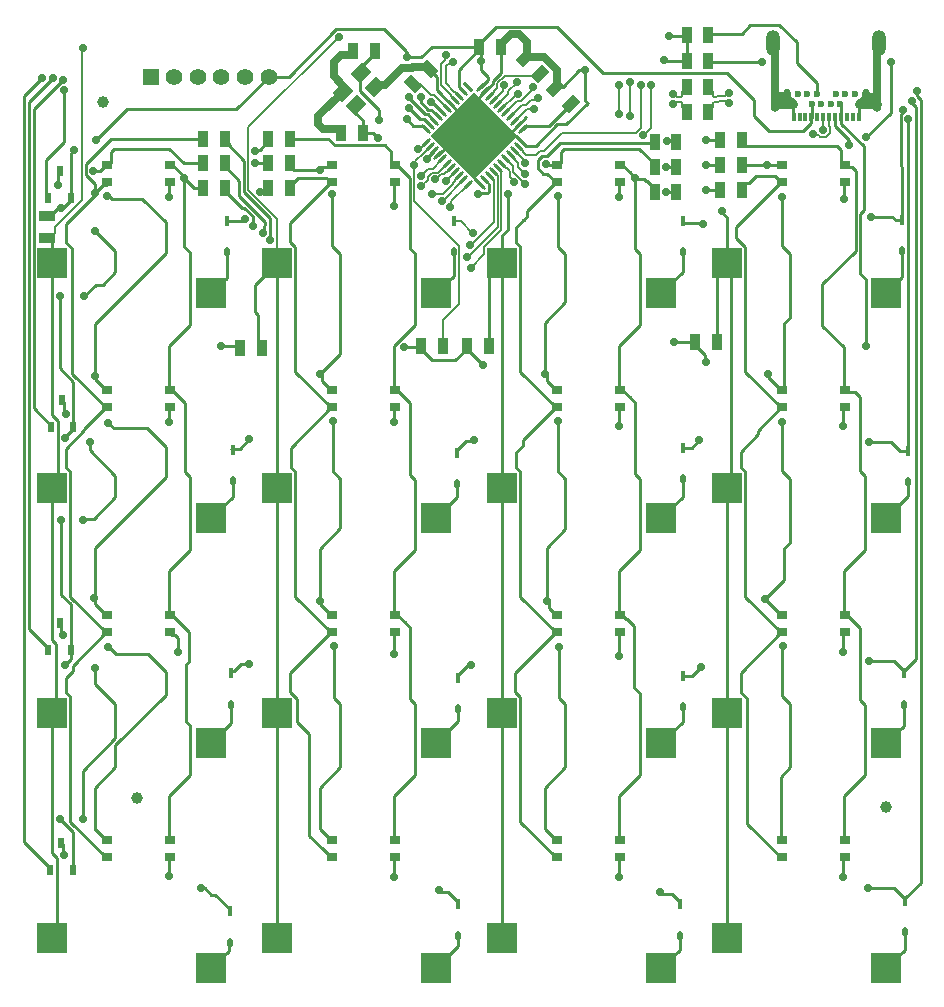
<source format=gtl>
G04*
G04 #@! TF.GenerationSoftware,Altium Limited,Altium Designer,20.2.5 (213)*
G04*
G04 Layer_Physical_Order=1*
G04 Layer_Color=255*
%FSLAX25Y25*%
%MOIN*%
G70*
G04*
G04 #@! TF.SameCoordinates,1507EDD1-6C34-405B-B7BF-0C5FC60213AE*
G04*
G04*
G04 #@! TF.FilePolarity,Positive*
G04*
G01*
G75*
%ADD10C,0.01000*%
%ADD13R,0.03740X0.02756*%
%ADD14R,0.10039X0.09843*%
%ADD15R,0.03740X0.05512*%
%ADD16R,0.01181X0.03150*%
%ADD17C,0.03937*%
G04:AMPARAMS|DCode=18|XSize=9.84mil|YSize=41.34mil|CornerRadius=0mil|HoleSize=0mil|Usage=FLASHONLY|Rotation=45.000|XOffset=0mil|YOffset=0mil|HoleType=Round|Shape=Rectangle|*
%AMROTATEDRECTD18*
4,1,4,0.01114,-0.01810,-0.01810,0.01114,-0.01114,0.01810,0.01810,-0.01114,0.01114,-0.01810,0.0*
%
%ADD18ROTATEDRECTD18*%

G04:AMPARAMS|DCode=19|XSize=9.84mil|YSize=41.34mil|CornerRadius=0mil|HoleSize=0mil|Usage=FLASHONLY|Rotation=45.000|XOffset=0mil|YOffset=0mil|HoleType=Round|Shape=Round|*
%AMOVALD19*
21,1,0.03150,0.00984,0.00000,0.00000,135.0*
1,1,0.00984,0.01114,-0.01114*
1,1,0.00984,-0.01114,0.01114*
%
%ADD19OVALD19*%

G04:AMPARAMS|DCode=20|XSize=9.84mil|YSize=41.34mil|CornerRadius=0mil|HoleSize=0mil|Usage=FLASHONLY|Rotation=315.000|XOffset=0mil|YOffset=0mil|HoleType=Round|Shape=Round|*
%AMOVALD20*
21,1,0.03150,0.00984,0.00000,0.00000,45.0*
1,1,0.00984,-0.01114,-0.01114*
1,1,0.00984,0.01114,0.01114*
%
%ADD20OVALD20*%

%ADD21R,0.01772X0.03347*%
%ADD22O,0.01772X0.03347*%
G04:AMPARAMS|DCode=23|XSize=55.12mil|YSize=37.4mil|CornerRadius=0mil|HoleSize=0mil|Usage=FLASHONLY|Rotation=45.000|XOffset=0mil|YOffset=0mil|HoleType=Round|Shape=Rectangle|*
%AMROTATEDRECTD23*
4,1,4,-0.00626,-0.03271,-0.03271,-0.00626,0.00626,0.03271,0.03271,0.00626,-0.00626,-0.03271,0.0*
%
%ADD23ROTATEDRECTD23*%

%ADD24R,0.02362X0.03543*%
G04:AMPARAMS|DCode=25|XSize=43.31mil|YSize=55.12mil|CornerRadius=0mil|HoleSize=0mil|Usage=FLASHONLY|Rotation=135.000|XOffset=0mil|YOffset=0mil|HoleType=Round|Shape=Rectangle|*
%AMROTATEDRECTD25*
4,1,4,0.03480,0.00418,-0.00418,-0.03480,-0.03480,-0.00418,0.00418,0.03480,0.03480,0.00418,0.0*
%
%ADD25ROTATEDRECTD25*%

G04:AMPARAMS|DCode=26|XSize=55.12mil|YSize=37.4mil|CornerRadius=0mil|HoleSize=0mil|Usage=FLASHONLY|Rotation=315.000|XOffset=0mil|YOffset=0mil|HoleType=Round|Shape=Rectangle|*
%AMROTATEDRECTD26*
4,1,4,-0.03271,0.00626,-0.00626,0.03271,0.03271,-0.00626,0.00626,-0.03271,-0.03271,0.00626,0.0*
%
%ADD26ROTATEDRECTD26*%

%ADD27R,0.05512X0.03740*%
%ADD55P,0.28952X4X360.0*%
%ADD56C,0.00600*%
%ADD57C,0.03150*%
%ADD58C,0.02756*%
%ADD59C,0.02362*%
%ADD60O,0.04724X0.08661*%
%ADD61O,0.02362X0.03543*%
%ADD62O,0.02953X0.05315*%
%ADD63C,0.05512*%
%ADD64R,0.05512X0.05512*%
%ADD65C,0.02756*%
%ADD66C,0.01968*%
D10*
X85925Y165551D02*
X94882Y156595D01*
X29313Y180923D02*
X44685Y165551D01*
X85925D01*
X8974Y180923D02*
X29313D01*
X6148Y178096D02*
Y178096D01*
X8974Y180923D01*
X3347Y174409D02*
Y175295D01*
X6148Y178096D01*
X145661Y-109161D02*
X150454Y-104369D01*
X145563Y-109161D02*
X145661D01*
X150454Y-104369D02*
Y156693D01*
X145177Y-109547D02*
X145563Y-109161D01*
X145177Y-109756D02*
Y-109547D01*
X92699Y-84727D02*
Y-43112D01*
Y-84727D02*
X103878Y-95906D01*
Y-69092D02*
X107104Y-65866D01*
X103878Y-90000D02*
Y-69092D01*
X-128839Y16732D02*
X-128543Y17028D01*
X-125051D02*
X-117896Y24182D01*
X-128543Y17028D02*
X-125051D01*
X-12303Y69882D02*
X-4626D01*
X-787Y73721D01*
Y74606D01*
X-80126Y141445D02*
Y142331D01*
X-75049Y125935D02*
Y136368D01*
X-81496Y143701D02*
X-80126Y142331D01*
Y141445D02*
X-75049Y136368D01*
X6161Y125613D02*
X6747Y126198D01*
Y128467D01*
X6535Y128678D02*
X6747Y128467D01*
X3120Y125613D02*
X6161D01*
X29252Y161075D02*
X31154D01*
X36516Y166437D02*
X38681D01*
X31154Y161075D02*
X36516Y166437D01*
X5427Y159435D02*
X8035Y162042D01*
X2852Y156860D02*
X5427Y159435D01*
X38681Y156299D02*
Y166437D01*
Y156299D02*
X39469Y155512D01*
X13988Y145724D02*
X19051Y150787D01*
X108079Y150681D02*
Y154815D01*
X107776Y155118D02*
X108079Y154815D01*
X101713Y155295D02*
X102087Y154921D01*
X129913Y150681D02*
Y154815D01*
X135906Y154921D02*
X136279Y155295D01*
X131924Y157982D02*
X132185Y158243D01*
X136279Y174960D02*
X136713Y175394D01*
X102087Y155574D02*
X102989Y156476D01*
X-47028Y143701D02*
X-44845Y141518D01*
X-59646Y143701D02*
X-47028D01*
X-20571Y170817D02*
Y172244D01*
X-21465Y173138D02*
X-20571Y172244D01*
X-16093Y170817D02*
X-12500Y174409D01*
X-20571Y170817D02*
X-16093D01*
X-28462Y180135D02*
X-21465Y173138D01*
X-13468Y166945D02*
X-10691Y164168D01*
X-120293Y49033D02*
X-118405Y47146D01*
X-124734Y-11388D02*
Y-9318D01*
X-120374Y49033D02*
X-120293D01*
X92315Y141240D02*
X122638D01*
X124016Y139862D01*
X124941Y135000D02*
X125433D01*
X124063Y135878D02*
Y136416D01*
Y135878D02*
X124941Y135000D01*
X124016Y136464D02*
X124063Y136416D01*
X124016Y136464D02*
Y139862D01*
X122039Y147759D02*
X126575Y143223D01*
Y141437D02*
Y143223D01*
X124941Y135000D02*
X125819Y134122D01*
X25589Y135060D02*
X29802D01*
X29862Y135000D02*
Y135000D01*
X29802Y135060D02*
X29862Y135000D01*
X31704Y140332D02*
X56616D01*
X30740Y139368D02*
X31704Y140332D01*
X29370Y135000D02*
X29862D01*
X30740Y135878D01*
Y139368D01*
X56616Y140332D02*
X61811Y135138D01*
Y134252D02*
Y135138D01*
X-121122Y135000D02*
X-120630D01*
X-120138D01*
X-119260Y135878D01*
Y139368D01*
X-118296Y140332D01*
X-100095D01*
X-95196Y135433D01*
X-88779D01*
X-24567Y135000D02*
X-24075D01*
X-25059D02*
X-24567D01*
X-44845Y141518D02*
X-28087D01*
X-25937Y139368D01*
Y135878D02*
Y139368D01*
Y135878D02*
X-25059Y135000D01*
X-35531Y145669D02*
X-32185D01*
X-30512Y143996D01*
X-45768Y108020D02*
X-42896Y105149D01*
X-45768Y108020D02*
Y125098D01*
X109150Y169000D02*
X115847Y162303D01*
Y158661D02*
Y162303D01*
X109150Y169000D02*
Y175791D01*
X93765Y181595D02*
X103347D01*
X109150Y175791D01*
X90813Y178642D02*
X93765Y181595D01*
X-121016Y-14122D02*
X-120138Y-15000D01*
X-122000Y-14122D02*
X-121016D01*
X-124734Y-11388D02*
X-122000Y-14122D01*
X-124924Y-9507D02*
X-124705Y-9289D01*
Y7290D01*
X-120079Y-25787D02*
X-117716Y-28150D01*
X-107092D01*
X-120472Y-25787D02*
X-120079D01*
X-107092Y-28150D02*
X-101124Y-34117D01*
X-36393Y159640D02*
Y165108D01*
Y159640D02*
X-30119Y153366D01*
X-36393Y165108D02*
X-35976Y165526D01*
X-30119Y149778D02*
Y153366D01*
X-118405Y47146D02*
X-107387D01*
X-101124Y40883D01*
X-35976Y165526D02*
Y167666D01*
X-31496Y172146D01*
Y173031D01*
X-35531Y145669D02*
Y149925D01*
X-37922Y152316D02*
X-35531Y149925D01*
X-37922Y152316D02*
Y154671D01*
X-37646Y154947D01*
X-44432Y180135D02*
X-28462D01*
X-60197Y164370D02*
X-44432Y180135D01*
X-66831Y164370D02*
X-60197D01*
X-12500Y174409D02*
X3347D01*
X-108962Y123721D02*
X-101124Y115883D01*
X-120571Y124617D02*
X-120096D01*
X-119200Y123721D01*
X-108962D01*
X90945Y142610D02*
Y143110D01*
Y142610D02*
X92315Y141240D01*
X30020Y-42767D02*
Y-25787D01*
Y-42767D02*
X32104Y-44851D01*
X-44982Y-42765D02*
X-42896Y-44851D01*
X-44982Y-42765D02*
Y-25395D01*
X-24902Y121260D02*
Y128937D01*
X-72146Y114517D02*
Y117815D01*
X29862Y135000D02*
X30050D01*
X25529Y135120D02*
X25589Y135060D01*
X24114Y137795D02*
X25886D01*
X30315Y142224D02*
X61516D01*
X25886Y137795D02*
X30315Y142224D01*
X61516D02*
X61811Y142520D01*
X144587Y152674D02*
Y153150D01*
X143898Y151986D02*
X144587Y152674D01*
X140453Y152362D02*
Y169095D01*
X132382Y144291D02*
X140453Y152362D01*
X-124311Y143307D02*
X-114043Y153575D01*
X-77626D01*
X-66831Y164370D01*
X-132776Y123819D02*
Y138779D01*
X-131791Y139764D01*
X94882Y151083D02*
Y156595D01*
Y151083D02*
X99803Y146161D01*
X111398D01*
X113984Y150500D02*
X114075Y150591D01*
X113984Y148748D02*
Y150500D01*
X111398Y146161D02*
X113984Y148748D01*
X77518Y115690D02*
X77854Y115354D01*
X71518Y115690D02*
X77518D01*
X71161Y116047D02*
X71518Y115690D01*
X71161Y116047D02*
Y116240D01*
X134072Y117717D02*
X141043D01*
X142224Y116535D01*
X144291D01*
X144390Y116634D01*
X65256Y169685D02*
X72441D01*
X64961Y169980D02*
X65256Y169685D01*
X72146Y177953D02*
X72441Y178248D01*
X66535Y177953D02*
X72146D01*
X72441Y169685D02*
Y178642D01*
X79724D02*
X90813D01*
X79724Y169685D02*
X80315Y169095D01*
X97638D01*
X121949Y150591D02*
X122039Y150500D01*
Y147759D02*
Y150500D01*
X124008Y148728D02*
Y150500D01*
Y148728D02*
X131595Y141142D01*
Y119783D02*
Y141142D01*
X123827Y150681D02*
X124008Y150500D01*
X-148395Y157806D02*
X-142421Y163779D01*
X-148395Y-90680D02*
Y157806D01*
Y-90680D02*
X-139665Y-99409D01*
X-146794Y-19643D02*
Y155863D01*
X-138878Y163779D01*
X-145194Y153526D02*
X-135335Y163386D01*
X-145194Y53758D02*
Y153526D01*
X-140937Y124500D02*
Y136612D01*
X-134941Y142608D01*
Y159843D01*
X-140937Y124500D02*
X-140256Y123819D01*
X-146794Y-19643D02*
X-140256Y-26181D01*
X-125295Y133071D02*
X-123051D01*
X-127773Y135317D02*
X-119390Y143701D01*
X-127773Y131517D02*
Y135317D01*
X-123051Y133071D02*
X-121122Y135000D01*
X-127773Y131517D02*
X-124795Y128539D01*
X-145194Y53758D02*
X-139469Y48031D01*
X-137384Y-121144D02*
Y-96186D01*
X-139075Y-122835D02*
X-137384Y-121144D01*
X138976Y92165D02*
X144390Y97579D01*
X138976Y-132835D02*
X145177Y-126634D01*
X-25059Y-568D02*
X-17896Y6595D01*
X-59744Y115472D02*
X-46122Y129095D01*
X-124705Y81995D02*
X-101124Y105575D01*
X-57955Y65928D02*
X-46122Y54094D01*
X-49705Y65158D02*
X-42896Y71966D01*
X-86024Y92165D02*
X-80807Y97382D01*
X-59744Y-34528D02*
X-46122Y-20906D01*
X-86024Y-132835D02*
X-80209Y-127020D01*
X138976Y17165D02*
X146358Y24547D01*
X-25059Y74432D02*
X-17896Y81595D01*
X-25059Y-75568D02*
X-17896Y-68405D01*
X-81496Y134547D02*
X-76649Y129700D01*
X-58276Y133187D02*
X-49705D01*
X-81496Y126279D02*
X-75861Y120644D01*
X-59545Y40672D02*
X-46122Y54094D01*
X-124705Y7290D02*
X-101124Y30870D01*
X-86024Y17165D02*
X-78839Y24350D01*
X-49705Y6995D02*
X-42896Y13803D01*
X-57955Y-9072D02*
X-46122Y-20906D01*
X-117896Y-58377D02*
X-101124Y-41606D01*
X-86024Y-57835D02*
X-79232Y-51043D01*
X-49705Y-72675D02*
X-42896Y-65866D01*
X-53305Y-88723D02*
X-48821Y-93206D01*
X138976Y-57835D02*
X144783Y-52027D01*
X79035Y143110D02*
X83661D01*
X79035Y134843D02*
X83661D01*
X79035Y126575D02*
X83662D01*
X-21665Y74322D02*
X-16426D01*
X-119390Y143701D02*
X-88779D01*
X-56988Y130709D02*
X-47736D01*
X-82776Y74606D02*
X-76968D01*
X146376Y79535D02*
Y150180D01*
X10925Y-47835D02*
Y27165D01*
X146358Y39665D02*
Y79518D01*
X117699Y95149D02*
X128813Y106263D01*
X124941Y-568D02*
X132104Y6595D01*
X130413Y32883D02*
Y57480D01*
Y-43298D02*
Y-19488D01*
X89075Y114291D02*
X103878Y129095D01*
X92045Y65928D02*
X103878Y54094D01*
X82677Y75787D02*
Y98917D01*
X90455Y-34328D02*
X103878Y-20906D01*
X50098Y124213D02*
Y128937D01*
X63976Y92165D02*
X71161Y99350D01*
X49941Y-568D02*
X57104Y6595D01*
X63976Y-132835D02*
X70177Y-126634D01*
X17045Y65928D02*
X28878Y54094D01*
X15256Y-34528D02*
X28878Y-20906D01*
X17045Y-84072D02*
X28878Y-95906D01*
X-11024Y92165D02*
X-5217Y97973D01*
X10925Y27165D02*
Y102165D01*
X-11024Y-132835D02*
X-3642Y-125453D01*
X10925Y-122835D02*
Y-47835D01*
X-45509Y32761D02*
Y49617D01*
X-71555Y94784D02*
X-64173Y102165D01*
X-53305Y-88723D02*
Y-54814D01*
X-100059Y-568D02*
X-92896Y6595D01*
X-101124Y30870D02*
Y40883D01*
X-132382Y65354D02*
X-121122Y54094D01*
X-126476Y39832D02*
X-117896Y31251D01*
X-132955Y-9072D02*
Y32542D01*
Y-84072D02*
X-121122Y-95906D01*
X-132199Y-31983D02*
X-121122Y-20906D01*
X-128839Y-67057D02*
X-117896Y-56115D01*
Y-65866D02*
Y-58377D01*
X-132955Y-84072D02*
Y-42458D01*
X146358Y24547D02*
Y29232D01*
X130413Y98524D02*
Y118602D01*
X117699Y81402D02*
X124941Y74161D01*
X125925Y-15000D02*
X130413Y-19488D01*
Y-43298D02*
X132104Y-44989D01*
X124941Y-75568D02*
X132104Y-68405D01*
X89075Y110512D02*
X92045Y107542D01*
X82677Y98917D02*
X85925Y102165D01*
X96161Y46378D02*
X103878Y54094D01*
X90455Y39372D02*
X96161Y45079D01*
X90455Y34132D02*
Y39372D01*
X92045Y-9072D02*
X103878Y-20906D01*
X98721Y-9843D02*
X103878Y-15000D01*
X104429Y-42176D02*
X107104Y-44851D01*
X90455Y-40868D02*
X92699Y-43112D01*
X90455Y-40868D02*
Y-34328D01*
X50925Y135000D02*
X53510Y132415D01*
X49941Y74432D02*
X57104Y81595D01*
X50098Y48031D02*
Y53937D01*
X63976Y17165D02*
X71161Y24350D01*
X50098Y-28684D02*
Y-21063D01*
X63976Y-57835D02*
X71161Y-50650D01*
X74213Y-35335D02*
X77264Y-32283D01*
X71161Y-35335D02*
X74213D01*
X49941Y-75568D02*
X57104Y-68405D01*
X50098Y-102559D02*
Y-96063D01*
X32382Y148425D02*
X39469Y155512D01*
X22216Y141211D02*
X29429Y148425D01*
X26487Y148010D02*
X33776Y155299D01*
X34200Y156148D02*
X34744Y156693D01*
X17955Y142314D02*
X19057Y141211D01*
X34744Y156693D02*
Y157283D01*
X19390Y119488D02*
X28000Y128098D01*
X18209Y116612D02*
X19390Y117793D01*
X15455Y114007D02*
X18060Y116612D01*
X18209D01*
X25295Y82290D02*
X32104Y89099D01*
X18060Y43276D02*
X28878Y54094D01*
X26061Y62817D02*
X28878Y60000D01*
X25886Y7290D02*
X32104Y13508D01*
X17045Y-9072D02*
X28878Y-20906D01*
X26651Y-12773D02*
Y-11198D01*
X25886Y-10433D02*
X26651Y-11198D01*
X25295Y-72675D02*
X32104Y-65866D01*
X-3467Y166710D02*
X3347Y173524D01*
X8035Y162941D02*
X10630Y165536D01*
Y174409D01*
X1739Y156860D02*
X2852D01*
X-14979Y150181D02*
X-13097Y148299D01*
X6496Y97744D02*
X10917Y102165D01*
X10925D02*
Y111399D01*
X2854Y125347D02*
X3120Y125613D01*
X-5217Y97973D02*
Y105807D01*
X-787Y73721D02*
X4626Y68307D01*
X-11024Y17165D02*
X-4035Y24154D01*
X-11024Y-57835D02*
X-3642Y-50453D01*
X-24075Y135000D02*
X-19805Y130731D01*
X-21293Y-17585D02*
X-19587Y-19291D01*
X-69841Y139903D02*
X-66929Y142815D01*
X-76649Y124621D02*
X-68012Y115984D01*
X-75049Y125935D02*
X-66240Y117126D01*
X-57301Y-50818D02*
X-53305Y-54814D01*
X-101124Y105575D02*
Y115883D01*
X-100059Y74432D02*
X-92896Y81595D01*
X-99075Y-15000D02*
X-93349Y-20726D01*
Y-30432D02*
Y-20726D01*
X-94545Y-50273D02*
X-92896Y-51922D01*
X-101124Y-41606D02*
Y-34117D01*
X-100059Y-75568D02*
X-92896Y-68405D01*
X-88190Y-106103D02*
X-85904Y-108388D01*
X-124705Y112992D02*
X-117896Y106184D01*
X-134545Y115278D02*
X-124795Y125029D01*
X-134545Y109132D02*
X-132382Y106969D01*
X-117896Y99182D02*
Y106184D01*
X-128248Y91142D02*
X-124427Y94963D01*
X-128272Y46944D02*
X-121122Y54094D01*
X-134545Y40376D02*
X-128272Y46648D01*
X-134636Y44203D02*
X-131988Y46850D01*
X-117896Y24182D02*
Y31251D01*
X-132955Y-9072D02*
X-121122Y-20906D01*
X-135925Y-8365D02*
X-132776Y-11515D01*
X-124705Y-38043D02*
X-117896Y-44851D01*
X-134545Y-35993D02*
X-132199Y-33647D01*
X-134545Y-40868D02*
X-132955Y-42458D01*
X-117896Y-56115D02*
Y-44851D01*
X-124705Y-72675D02*
X-117896Y-65866D01*
X-136457Y-83071D02*
X-132185Y-87343D01*
X146358Y79518D02*
X146376Y79535D01*
X143504Y39665D02*
X146358D01*
X144783Y-33760D02*
X148854Y-29690D01*
X114075Y150591D02*
X114165Y150681D01*
Y154815D01*
X114272Y154921D01*
X130413Y118602D02*
X131595Y119783D01*
X130413Y98524D02*
X132185Y96752D01*
X138878Y92165D02*
X138976D01*
X128772Y59122D02*
X130413Y57480D01*
X133366Y42717D02*
X140453D01*
X130413Y32883D02*
X132104Y31192D01*
X138878Y17165D02*
X138976D01*
X133366Y-30512D02*
X141535D01*
X138878Y-57835D02*
X138976D01*
X132776Y-106102D02*
X141683D01*
X138878Y-132835D02*
X138976D01*
X90945Y134843D02*
X99114D01*
X90945Y134843D02*
X90945Y134843D01*
X95553Y131183D02*
X101789D01*
X90945Y127461D02*
X92315Y128831D01*
X90945Y126575D02*
Y127461D01*
X104429Y107824D02*
X107104Y105149D01*
X104862Y81893D02*
X107104Y84134D01*
X104429Y32824D02*
X107104Y30149D01*
X90455Y34132D02*
X92045Y32542D01*
X104862Y6893D02*
X107104Y9134D01*
X98524Y-9843D02*
X104862Y-3504D01*
X98524Y-9843D02*
X98721D01*
X65986Y142846D02*
X68768D01*
X65659Y134252D02*
X69094D01*
X49941Y135000D02*
X50925D01*
X65659Y125984D02*
X69095D01*
X58112Y130373D02*
X58957Y129528D01*
X55749Y130373D02*
X58112D01*
X49941Y129095D02*
X50098Y128937D01*
X58957Y129528D02*
X59153D01*
X68405Y75787D02*
X75394D01*
X49941Y60000D02*
X50925D01*
X49941Y54094D02*
X50098Y53937D01*
X50925Y60000D02*
X53510Y57415D01*
X74188Y40650D02*
X76673Y43135D01*
X71161Y40650D02*
X74188D01*
X49941Y-15000D02*
X50925D01*
X52264Y-16339D01*
X49941Y-20906D02*
X50098Y-21063D01*
X49941Y-95906D02*
X50098Y-96063D01*
X64447Y-108049D02*
X67498D01*
X33776Y155725D02*
X34200Y156148D01*
X19057Y148010D02*
X26487D01*
X17955Y146907D02*
X19057Y148010D01*
X26083Y131890D02*
X28878Y129095D01*
X24705Y131890D02*
X26083D01*
X25295Y65158D02*
X26061Y64392D01*
Y62817D02*
Y64392D01*
X15455Y39007D02*
X18060Y41612D01*
Y43276D01*
X26651Y-12773D02*
X28878Y-15000D01*
X25295Y-86417D02*
X28878Y-90000D01*
X-13795Y151781D02*
X-11705Y149691D01*
X-13758Y153381D02*
X-12611D01*
X-16199Y155822D02*
X-13758Y153381D01*
X-14636Y151781D02*
X-13795D01*
X-13097Y148299D02*
X-13085D01*
X-14003Y137209D02*
X-11693Y139519D01*
X1739Y130702D02*
X4036Y128406D01*
X10925Y111399D02*
X12995Y113469D01*
X10917Y102165D02*
X10925D01*
X-16142Y73721D02*
X-12303Y69882D01*
X-6912Y-107458D02*
X-3642Y-110728D01*
X-46122Y135000D02*
X-45138D01*
X-46122Y129095D02*
X-45138D01*
X-24075Y60000D02*
X-19587Y55512D01*
X-46122Y60000D02*
X-45138D01*
X-46122Y54094D02*
X-45138D01*
X-45509Y32761D02*
X-42896Y30149D01*
X-24075Y-15000D02*
X-21490Y-17585D01*
X-21293D01*
X-46122Y-15000D02*
X-45138D01*
X-46122Y-20906D02*
X-45138D01*
X-46122Y-90000D02*
X-45138D01*
X-46122Y-95906D02*
X-45138D01*
X-71371Y135433D02*
X-66929D01*
X-71035Y139903D02*
X-69841D01*
X-69840Y125927D02*
X-68167D01*
X-80807Y116240D02*
X-75869D01*
X-70465Y75386D02*
X-69095Y74016D01*
X-76968Y74606D02*
X-76378Y74016D01*
X-79331Y40354D02*
X-76511D01*
X-78297Y-33612D02*
X-76205Y-31520D01*
X-95178Y130708D02*
X-91635Y127165D01*
X-95178Y107883D02*
X-92896Y105602D01*
X-94587Y32588D02*
X-92896Y30897D01*
X-94545Y-31628D02*
X-93349Y-30432D01*
X-85904Y-108388D02*
X-84624D01*
X-134999Y121005D02*
X-132776Y123228D01*
X-122115Y94963D02*
X-117896Y99182D01*
X-136457Y67167D02*
X-131988Y62698D01*
X-134545Y34132D02*
X-132955Y32542D01*
X-134744Y-31693D02*
X-132776Y-29724D01*
X148854Y-29690D02*
Y154313D01*
X128813Y106263D02*
Y132899D01*
X85925Y-47835D02*
Y27165D01*
X55413Y106997D02*
Y130709D01*
X-19805Y107216D02*
Y130731D01*
X-64075Y-47835D02*
Y27165D01*
X-95178Y107883D02*
Y130708D01*
X-139075Y-23444D02*
Y27165D01*
X144390Y116634D02*
Y134246D01*
X145177Y-126634D02*
Y-120768D01*
X132185Y74606D02*
Y96752D01*
X132104Y-68405D02*
Y-44989D01*
X125098Y123622D02*
Y128937D01*
X124941Y60000D02*
Y74161D01*
X107104Y84134D02*
Y105149D01*
Y-65866D02*
Y-44851D01*
X104862Y60000D02*
Y81893D01*
Y-3504D02*
Y6893D01*
X104429Y-42176D02*
Y-25446D01*
X92045Y-9072D02*
Y32542D01*
Y65928D02*
Y107542D01*
X87402Y28642D02*
Y100689D01*
X85925Y-122835D02*
Y-47835D01*
X70177Y-126634D02*
Y-121949D01*
X57104Y81595D02*
Y105306D01*
X55413Y31997D02*
Y55709D01*
X57104Y-68405D02*
Y-41325D01*
X54782Y-39004D02*
Y-18660D01*
X49941Y60000D02*
Y74432D01*
X32104Y89099D02*
Y105149D01*
X29491Y32761D02*
Y49617D01*
X32104Y-65866D02*
Y-44851D01*
X25886Y-10433D02*
Y7290D01*
X25295Y65158D02*
Y82290D01*
X17045Y-9072D02*
Y32542D01*
Y65928D02*
Y107542D01*
Y-84072D02*
Y-42458D01*
X6496Y74606D02*
Y97744D01*
X-3467Y160963D02*
Y166710D01*
X-17896Y81595D02*
Y105306D01*
X-19587Y31702D02*
Y55512D01*
X-17896Y-68405D02*
Y-44693D01*
X-19587Y-43003D02*
Y-19291D01*
X-25059Y60000D02*
Y74432D01*
X-42896Y71966D02*
Y105149D01*
Y-65866D02*
Y-44851D01*
X-49705Y-10433D02*
Y6995D01*
X-57955Y-9072D02*
Y32542D01*
Y65928D02*
Y107542D01*
X-64075Y27165D02*
Y102165D01*
Y-122835D02*
Y-47835D01*
X-76649Y124621D02*
Y129700D01*
X-80807Y97382D02*
Y105807D01*
X-92896Y81595D02*
Y105602D01*
Y-68405D02*
Y-51922D01*
X-99902Y124213D02*
Y128937D01*
X-94587Y32588D02*
Y55709D01*
X-100059Y60000D02*
Y74432D01*
X-124705Y64567D02*
Y81995D01*
X-132382Y65354D02*
Y106969D01*
X-132185Y-100000D02*
Y-87343D01*
X-137187Y29053D02*
Y49668D01*
X-135925Y-8365D02*
Y16732D01*
X-139075Y51556D02*
Y102165D01*
X-135445Y-94621D02*
Y-91426D01*
X-137697Y-46457D02*
Y-24822D01*
X-139075Y-94495D02*
Y-47835D01*
X149311Y157835D02*
X150454Y156693D01*
X143898Y134738D02*
Y151986D01*
X144390Y97579D02*
Y106201D01*
X144783Y-52027D02*
Y-44980D01*
Y-34547D02*
Y-33760D01*
X141683Y-106102D02*
X145177Y-109597D01*
X132104Y6595D02*
Y31192D01*
X127591Y134122D02*
X128813Y132899D01*
X124508Y48031D02*
Y53661D01*
Y-27559D02*
Y-21339D01*
X124941Y-15000D02*
Y-568D01*
Y-90000D02*
Y-75568D01*
X124508Y-102559D02*
Y-96339D01*
X117699Y81402D02*
Y95149D01*
X107104Y9134D02*
Y30149D01*
X104429Y107824D02*
Y111367D01*
X104429Y111367D02*
Y124213D01*
X99705Y64173D02*
X103878Y60000D01*
X104429Y35186D02*
Y49213D01*
X96161Y45079D02*
Y46378D01*
X85925Y102165D02*
X87402Y100689D01*
X85925Y102165D02*
Y117438D01*
X84350Y119013D02*
X85925Y117438D01*
Y27165D02*
X87402Y28642D01*
X78699Y69627D02*
X79035Y69291D01*
X71161Y99350D02*
Y105807D01*
Y24350D02*
Y30217D01*
Y-50650D02*
Y-45768D01*
X63681Y-107283D02*
X64447Y-108049D01*
X57104Y6595D02*
Y30307D01*
X52461Y-16339D02*
X54782Y-18660D01*
X49941Y-15000D02*
Y-568D01*
Y-90000D02*
Y-75568D01*
X29609Y107643D02*
Y124617D01*
X32104Y13508D02*
Y30149D01*
X19057Y141211D02*
X22216D01*
X22817Y133777D02*
X24705Y131890D01*
X25295Y-86417D02*
Y-72675D01*
X15455Y109132D02*
X17045Y107542D01*
X15455Y109132D02*
Y114007D01*
X12995Y113469D02*
Y125394D01*
X15455Y34132D02*
Y39007D01*
X15256Y-40669D02*
X17045Y-42458D01*
X15256Y-40669D02*
Y-34528D01*
X3347Y173524D02*
Y174409D01*
X4035Y166732D02*
X6398Y164370D01*
X4035Y169685D02*
Y173721D01*
X-4035Y24154D02*
Y28642D01*
X-3642Y-35138D02*
X-705Y-32201D01*
X-3642Y-35925D02*
Y-35138D01*
Y-50453D02*
Y-46358D01*
X-3642Y-125453D02*
Y-121949D01*
X-10691Y159825D02*
X1739Y147395D01*
X-10302Y138138D02*
X-7448Y140992D01*
Y141548D01*
X-10138Y-106693D02*
X-9372Y-107458D01*
X-20768Y150197D02*
X-18581Y148010D01*
X-20159Y157304D02*
X-14636Y151781D01*
X-16199Y155822D02*
Y156848D01*
X-16108Y156938D02*
Y157610D01*
X-16199Y156848D02*
X-16108Y156938D01*
X-20159Y157304D02*
Y157564D01*
X-17896Y6595D02*
Y30011D01*
X-19587Y-43003D02*
X-17896Y-44693D01*
X-24902Y49213D02*
Y53937D01*
Y-28150D02*
Y-21063D01*
X-25059Y-15000D02*
Y-568D01*
Y-90000D02*
Y-75568D01*
X-24902Y-102559D02*
Y-96063D01*
X-42896Y13803D02*
Y30149D01*
X-49705Y133400D02*
X-48983Y134122D01*
X-48939Y62817D02*
X-46122Y60000D01*
X-49705Y-11417D02*
X-46122Y-15000D01*
X-49705Y-11417D02*
Y-10433D01*
Y-86417D02*
Y-72675D01*
X-59646Y134557D02*
X-58276Y133187D01*
X-59744Y109331D02*
X-57955Y107542D01*
X-59744Y109331D02*
Y115472D01*
X-59545Y34132D02*
Y40672D01*
X-59744Y-40669D02*
X-57301Y-43112D01*
Y-50818D02*
Y-43112D01*
X-59744Y-40669D02*
Y-34528D01*
X-66240Y110039D02*
Y117126D01*
X-71555Y86024D02*
X-70465Y84933D01*
Y75386D02*
Y84933D01*
X-71555Y86024D02*
Y94784D01*
X-78839Y24350D02*
Y29429D01*
X-79232Y-51043D02*
Y-44980D01*
Y-34547D02*
Y-33969D01*
X-92896Y6595D02*
Y30897D01*
X-99075Y135000D02*
X-95178Y131103D01*
X-99902Y49213D02*
Y53937D01*
X-96949Y-27559D02*
Y-22835D01*
X-100059Y-15000D02*
Y-568D01*
X-94545Y-50273D02*
Y-31628D01*
X-100059Y-90000D02*
Y-75568D01*
X-99902Y-101969D02*
Y-96063D01*
X-124795Y125484D02*
X-122062Y128217D01*
X-124795Y125029D02*
Y125484D01*
Y128539D01*
X-124705Y63583D02*
X-121122Y60000D01*
X-124705Y-38043D02*
Y-32874D01*
Y-86614D02*
Y-72675D01*
X-131988Y47441D02*
Y62698D01*
X-132776Y-29724D02*
Y-26772D01*
Y-11515D01*
X-128839Y-83071D02*
Y-67057D01*
X-137154Y132236D02*
X-136516Y132874D01*
X-134545Y109132D02*
Y115278D01*
X-140104Y110191D02*
X-139075Y109161D01*
Y102165D02*
Y109161D01*
X-136457Y67167D02*
Y91142D01*
X-135111Y52674D02*
Y55879D01*
X-134545Y34132D02*
Y40376D01*
X-135111Y52674D02*
X-134494Y52057D01*
X-139075Y27165D02*
X-137187Y29053D01*
X-135899Y-21090D02*
Y-18334D01*
X-140256Y-26772D02*
Y-26181D01*
X-135925Y-90945D02*
X-135445Y-91426D01*
X-139665Y-100000D02*
Y-99409D01*
X149311Y157835D02*
Y159646D01*
X147539Y155627D02*
X148854Y154313D01*
X147539Y155627D02*
Y156102D01*
X143898Y134738D02*
X144390Y134246D01*
X140453Y42717D02*
X143504Y39665D01*
X141535Y-30512D02*
X144783Y-33760D01*
X145177Y-109756D02*
Y-109597D01*
X129823Y150591D02*
X129913Y150681D01*
Y154815D02*
X130020Y154921D01*
X123827Y150681D02*
Y154815D01*
X123721Y154921D02*
X123827Y154815D01*
X125819Y134122D02*
X127591D01*
X124941Y129095D02*
X125098Y128937D01*
X125819Y59122D02*
X128772D01*
X124508Y53661D02*
X124941Y54094D01*
Y60000D02*
X125819Y59122D01*
X124941Y-15000D02*
X125925D01*
X124508Y-21339D02*
X124941Y-20906D01*
X124508Y-96339D02*
X124941Y-95906D01*
X108079Y150681D02*
X108169Y150591D01*
X101279Y175394D02*
X101713Y174960D01*
X105807Y157874D02*
Y158465D01*
X99193Y134921D02*
X104783D01*
X99114Y134843D02*
X99193Y134921D01*
X104783D02*
X104862Y135000D01*
X101789Y131183D02*
X103878Y129095D01*
X104429Y111367D02*
X104429Y111367D01*
X99705Y64173D02*
Y65158D01*
X103878Y60000D02*
X104862D01*
X104429Y35186D02*
X104429Y35186D01*
X104429Y32824D02*
Y35186D01*
X103878Y-15000D02*
X104862D01*
X104429Y-25446D02*
X104460Y-25414D01*
X93201Y128831D02*
X95553Y131183D01*
X92315Y128831D02*
X93201D01*
X83661Y134843D02*
X83661Y134843D01*
X84350Y119013D02*
Y119488D01*
X89075Y110512D02*
Y114291D01*
X75394Y74902D02*
X78699Y71596D01*
X75394Y74902D02*
Y75787D01*
X78699Y69627D02*
Y71596D01*
X68768Y142846D02*
X69095Y142520D01*
X69094Y134252D02*
X69095Y134252D01*
X69095Y125984D02*
X69095Y125984D01*
X67498Y-108049D02*
X70177Y-110728D01*
Y-111516D02*
Y-110728D01*
X59153Y129528D02*
X61811Y126870D01*
Y125984D02*
Y126870D01*
X63878Y92165D02*
X63976D01*
X63878Y17165D02*
X63976D01*
X63878Y-57835D02*
X63976D01*
X63878Y-132835D02*
X63976D01*
X53707Y132415D02*
X55413Y130709D01*
X55749Y130373D01*
X53510Y132415D02*
X53707D01*
X55413Y106997D02*
X57104Y105306D01*
X53707Y57415D02*
X55413Y55709D01*
X53510Y57415D02*
X53707D01*
X55413Y31997D02*
X57104Y30307D01*
X52264Y-16339D02*
X52461D01*
X54782Y-39004D02*
X57104Y-41325D01*
X33776Y155299D02*
X33776D01*
Y155725D01*
X29429Y148425D02*
X32382D01*
X28000Y128217D02*
X28878Y129095D01*
X28000Y128098D02*
Y128217D01*
X29609Y107643D02*
X32104Y105149D01*
X28878Y60000D02*
X29862D01*
X28878Y54094D02*
X29862D01*
X29491Y32761D02*
X32104Y30149D01*
X28878Y-15000D02*
X29862D01*
X28878Y-20906D02*
X29862D01*
X28878Y-90000D02*
X29862D01*
X28878Y-95906D02*
X29862D01*
X22817Y133777D02*
Y136498D01*
X24114Y137795D01*
X19390Y117793D02*
Y119488D01*
X15658Y144611D02*
X17955Y142314D01*
X17955D01*
X13988Y144611D02*
X15658D01*
X15455Y34132D02*
X17045Y32542D01*
X3347Y174409D02*
X4035Y173721D01*
Y166732D02*
Y169685D01*
X8035Y162042D02*
Y162941D01*
X4035Y160827D02*
X6398Y163189D01*
Y164370D01*
X4035Y160827D02*
Y160827D01*
X4036Y128394D02*
Y128406D01*
X4626Y68110D02*
Y68307D01*
X-3467Y160963D02*
X-1950Y159446D01*
Y159435D02*
Y159446D01*
X1739Y144611D02*
Y147395D01*
Y130702D02*
Y132361D01*
X1337Y42971D02*
X1673Y43307D01*
X-927Y42971D02*
X1337D01*
X-4035Y39862D02*
X-927Y42971D01*
X-4035Y39075D02*
Y39862D01*
X-3642Y-111516D02*
Y-110728D01*
X-10691Y159825D02*
Y164168D01*
X-12611Y153381D02*
X-10313Y151083D01*
X-12731Y155859D02*
X-12305D01*
X-8921Y152475D01*
X-8910D01*
X-11705Y149691D02*
X-11693D01*
X-10313Y151083D02*
X-10302D01*
X-11693Y139519D02*
Y139530D01*
X-11122Y92165D02*
X-11024D01*
X-11122Y17165D02*
X-11024D01*
X-11122Y-57835D02*
X-11024D01*
X-9372Y-107458D02*
X-6912D01*
X-11122Y-132835D02*
X-11024D01*
X-20221Y157626D02*
X-20159Y157564D01*
X-16541Y150181D02*
X-14979D01*
X-20138Y153779D02*
X-16541Y150181D01*
X-15580Y148010D02*
X-14477Y146907D01*
X-18581Y148010D02*
X-15580D01*
X-14003Y136883D02*
Y137209D01*
X-19805Y107216D02*
X-17896Y105306D01*
X-16426Y74322D02*
X-16142Y74606D01*
Y73721D02*
Y74606D01*
X-19587Y31702D02*
X-17896Y30011D01*
X-25059Y129095D02*
X-24902Y128937D01*
X-25059Y60000D02*
X-24075D01*
X-25059Y54094D02*
X-24902Y53937D01*
X-25059Y-15000D02*
X-24075D01*
X-25059Y-20906D02*
X-24902Y-21063D01*
X-25059Y-95906D02*
X-24902Y-96063D01*
X-47000Y134122D02*
X-46122Y135000D01*
X-48983Y134122D02*
X-47000D01*
X-47736Y130709D02*
X-46122Y129095D01*
X-49705Y65158D02*
X-48939Y64392D01*
Y62817D02*
Y64392D01*
X-49705Y-86417D02*
X-46122Y-90000D01*
X-48821Y-93206D02*
X-46122Y-95906D01*
X-59646Y134557D02*
Y135433D01*
Y128051D02*
X-56988Y130709D01*
X-59646Y127165D02*
Y128051D01*
X-59545Y34132D02*
X-57955Y32542D01*
X-66929Y142815D02*
Y143701D01*
X-66929Y135433D02*
X-66929Y135433D01*
X-68167Y125927D02*
X-66929Y127165D01*
X-68774Y112239D02*
X-68438Y112575D01*
X-66353Y109927D02*
X-66240Y110039D01*
X-66353Y109916D02*
Y109927D01*
X-68012Y114984D02*
Y115984D01*
X-68438Y114557D02*
X-68012Y114984D01*
X-68438Y112575D02*
Y114557D01*
X-64173Y102165D02*
X-64075D01*
X-71371Y139567D02*
X-71035Y139903D01*
X-74975Y120644D02*
X-72146Y117815D01*
X-75861Y120644D02*
X-74975D01*
X-76511Y40354D02*
X-73327Y43539D01*
X-76205Y-31520D02*
X-73385D01*
X-73327Y-31461D01*
X-81496Y134547D02*
Y135433D01*
Y126279D02*
Y127165D01*
X-79331Y40354D02*
X-78839Y39862D01*
X-78876Y-33612D02*
X-78297D01*
X-79232Y-33969D02*
X-78876Y-33612D01*
X-84624Y-108388D02*
X-79823Y-113189D01*
Y-113878D02*
Y-113189D01*
X-80209Y-127020D02*
Y-124697D01*
X-79823Y-124311D01*
X-91635Y127165D02*
X-88779D01*
X-86122Y92165D02*
X-86024D01*
X-86122Y17165D02*
X-86024D01*
X-86122Y-57835D02*
X-86024D01*
X-89272Y-106103D02*
X-88190D01*
X-86122Y-132835D02*
X-86024D01*
X-100059Y135000D02*
X-99075D01*
X-95178Y130708D02*
Y131103D01*
X-100059Y129095D02*
X-99902Y128937D01*
X-96586Y57708D02*
X-94587Y55709D01*
X-99075Y60000D02*
X-96783Y57708D01*
X-96586D01*
X-100059Y60000D02*
X-99075D01*
X-100059Y54094D02*
X-99902Y53937D01*
X-100059Y-15000D02*
X-99075D01*
X-98000Y-21783D02*
X-96949Y-22835D01*
X-99181Y-21783D02*
X-98000D01*
X-100059Y-20906D02*
X-99181Y-21783D01*
X-100059Y-90000D02*
X-99075D01*
X-100059Y-95906D02*
X-99902Y-96063D01*
X-122062Y128217D02*
X-121016D01*
X-120138Y129095D01*
X-124427Y94963D02*
X-122115D01*
X-124705Y63583D02*
Y64567D01*
X-121122Y60000D02*
X-120138D01*
X-121122Y-20906D02*
X-120138D01*
X-124705Y-86614D02*
X-124508D01*
X-121122Y-90000D01*
X-120138D01*
X-121122Y-95906D02*
X-120138D01*
X-132776Y123228D02*
Y123819D01*
X-128272Y46648D02*
Y46944D01*
X-131988Y46850D02*
Y47441D01*
X-126476Y39832D02*
Y42717D01*
X-132199Y-33647D02*
Y-31983D01*
X-137154Y128394D02*
Y132236D01*
Y128394D02*
X-137106Y128347D01*
X-140650Y117815D02*
X-139764D01*
X-137245Y120333D01*
X-135728Y56496D02*
X-135111Y55879D01*
X-139075Y51556D02*
X-137187Y49668D01*
X-139469Y47441D02*
Y48031D01*
X-134636Y43789D02*
Y44203D01*
X-136516Y-17717D02*
X-135899Y-18334D01*
Y-21090D02*
X-135335Y-21654D01*
X-139075Y-23444D02*
X-137697Y-24822D01*
X-134545Y-40868D02*
Y-35993D01*
X-139075Y-47835D02*
X-137697Y-46457D01*
X-135445Y-94621D02*
X-134964Y-95102D01*
X-139075Y-94495D02*
X-137384Y-96186D01*
D13*
X29370Y129095D02*
D03*
X50433D02*
D03*
Y135000D02*
D03*
X29370D02*
D03*
X104370D02*
D03*
X125433D02*
D03*
Y129095D02*
D03*
X104370D02*
D03*
X-45630Y135000D02*
D03*
X-24567D02*
D03*
Y129095D02*
D03*
X-45630D02*
D03*
X-120630Y135000D02*
D03*
X-99567D02*
D03*
Y129095D02*
D03*
X-120630D02*
D03*
X104370Y60000D02*
D03*
X125433D02*
D03*
Y54094D02*
D03*
X104370D02*
D03*
X29370Y60000D02*
D03*
X50433D02*
D03*
Y54094D02*
D03*
X29370D02*
D03*
X-45630Y60000D02*
D03*
X-24567D02*
D03*
Y54094D02*
D03*
X-45630D02*
D03*
X-120630Y60000D02*
D03*
X-99567D02*
D03*
Y54094D02*
D03*
X-120630D02*
D03*
X104370Y-15000D02*
D03*
X125433D02*
D03*
Y-20906D02*
D03*
X104370D02*
D03*
X29370Y-15000D02*
D03*
X50433D02*
D03*
Y-20906D02*
D03*
X29370D02*
D03*
X-45630Y-15000D02*
D03*
X-24567D02*
D03*
Y-20906D02*
D03*
X-45630D02*
D03*
X-120630Y-15000D02*
D03*
X-99567D02*
D03*
Y-20906D02*
D03*
X-120630D02*
D03*
X104370Y-90000D02*
D03*
X125433D02*
D03*
Y-95906D02*
D03*
X104370D02*
D03*
X29370Y-90000D02*
D03*
X50433D02*
D03*
Y-95906D02*
D03*
X29370D02*
D03*
X-45630Y-90000D02*
D03*
X-24567D02*
D03*
Y-95906D02*
D03*
X-45630D02*
D03*
X-120630Y-90000D02*
D03*
X-99567D02*
D03*
Y-95906D02*
D03*
X-120630D02*
D03*
D14*
X63878Y92165D02*
D03*
X10925Y102165D02*
D03*
X85925D02*
D03*
X138878Y92165D02*
D03*
X-64075Y102165D02*
D03*
X-11122Y92165D02*
D03*
X-139075Y102165D02*
D03*
X-86122Y92165D02*
D03*
X85925Y27165D02*
D03*
X138878Y17165D02*
D03*
X10925Y27165D02*
D03*
X63878Y17165D02*
D03*
X-64075Y27165D02*
D03*
X-11122Y17165D02*
D03*
X-139075Y27165D02*
D03*
X-86122Y17165D02*
D03*
X85925Y-47835D02*
D03*
X138878Y-57835D02*
D03*
X10925Y-47835D02*
D03*
X63878Y-57835D02*
D03*
X-64075Y-47835D02*
D03*
X-11122Y-57835D02*
D03*
X-139075Y-47835D02*
D03*
X-86122Y-57835D02*
D03*
X85925Y-122835D02*
D03*
X138878Y-132835D02*
D03*
X10925Y-122835D02*
D03*
X63878Y-132835D02*
D03*
X-64075Y-122835D02*
D03*
X-11122Y-132835D02*
D03*
X-139075Y-122835D02*
D03*
X-86122Y-132835D02*
D03*
D15*
X10630Y174409D02*
D03*
X3347D02*
D03*
X-81496Y143701D02*
D03*
X-88779D02*
D03*
X90945Y134843D02*
D03*
X83661Y134843D02*
D03*
X90945Y143110D02*
D03*
X83661Y143110D02*
D03*
X90945Y126575D02*
D03*
X83662D02*
D03*
X82677Y75787D02*
D03*
X75394Y75787D02*
D03*
X79724Y178248D02*
D03*
X72441D02*
D03*
X79724Y169685D02*
D03*
X72441D02*
D03*
X79724Y160959D02*
D03*
X72441Y160959D02*
D03*
X79724Y152691D02*
D03*
X72441Y152691D02*
D03*
X69095Y142520D02*
D03*
X61811Y142520D02*
D03*
X69095Y134252D02*
D03*
X61811Y134252D02*
D03*
X69095Y125984D02*
D03*
X61811D02*
D03*
X6496Y74606D02*
D03*
X-787D02*
D03*
X-8858D02*
D03*
X-16142D02*
D03*
X-31496Y173031D02*
D03*
X-38780D02*
D03*
X-35531Y145669D02*
D03*
X-42815D02*
D03*
X-59646Y143701D02*
D03*
X-66929Y143701D02*
D03*
X-59646Y135433D02*
D03*
X-66929Y135433D02*
D03*
X-59646Y127165D02*
D03*
X-66929Y127165D02*
D03*
X-69095Y74016D02*
D03*
X-76378Y74016D02*
D03*
X-81496Y135433D02*
D03*
X-88779Y135433D02*
D03*
X-81496Y127165D02*
D03*
X-88779Y127165D02*
D03*
D16*
X108169Y150787D02*
D03*
X110138D02*
D03*
X112106D02*
D03*
X114075D02*
D03*
X116043D02*
D03*
X118012D02*
D03*
X119980D02*
D03*
X121949D02*
D03*
X123917D02*
D03*
X125886D02*
D03*
X127854D02*
D03*
X129823D02*
D03*
D17*
X-110827Y-76083D02*
D03*
X138779Y-79232D02*
D03*
X-122047Y155807D02*
D03*
D18*
X-558Y160827D02*
D03*
D19*
X-1950Y159435D02*
D03*
X-3342Y158043D02*
D03*
X-4734Y156651D02*
D03*
X-6126Y155259D02*
D03*
X-7518Y153867D02*
D03*
X-8910Y152475D02*
D03*
X-10301Y151083D02*
D03*
X-11693Y149691D02*
D03*
X-13085Y148299D02*
D03*
X-14477Y146907D02*
D03*
X4036Y128394D02*
D03*
X5427Y129786D02*
D03*
X6819Y131178D02*
D03*
X8211Y132570D02*
D03*
X9603Y133962D02*
D03*
X10995Y135354D02*
D03*
X12387Y136746D02*
D03*
X13779Y138138D02*
D03*
X15171Y139530D02*
D03*
X16563Y140922D02*
D03*
X17955Y142314D02*
D03*
D20*
X-14477D02*
D03*
X-13085Y140922D02*
D03*
X-11693Y139530D02*
D03*
X-10301Y138138D02*
D03*
X-8910Y136746D02*
D03*
X-7518Y135354D02*
D03*
X-6126Y133962D02*
D03*
X-4734Y132570D02*
D03*
X-3342Y131178D02*
D03*
X-1950Y129786D02*
D03*
X-558Y128394D02*
D03*
X17955Y146907D02*
D03*
X16563Y148299D02*
D03*
X15171Y149691D02*
D03*
X13779Y151083D02*
D03*
X12387Y152475D02*
D03*
X10995Y153867D02*
D03*
X9603Y155259D02*
D03*
X8211Y156651D02*
D03*
X6819Y158043D02*
D03*
X5427Y159435D02*
D03*
X4036Y160827D02*
D03*
D21*
X144390Y116634D02*
D03*
X71161Y116240D02*
D03*
X-5217D02*
D03*
X-80807D02*
D03*
X146358Y39665D02*
D03*
X71161Y40650D02*
D03*
X-4035Y39075D02*
D03*
X-78839Y39862D02*
D03*
X144783Y-34547D02*
D03*
X71161Y-35335D02*
D03*
X-3642Y-35925D02*
D03*
X-79232Y-34547D02*
D03*
X145177Y-110335D02*
D03*
X70177Y-111516D02*
D03*
X-3642D02*
D03*
X-79823Y-113878D02*
D03*
D22*
X144390Y106201D02*
D03*
X71161Y105807D02*
D03*
X-5217D02*
D03*
X-80807D02*
D03*
X146358Y29232D02*
D03*
X71161Y30217D02*
D03*
X-4035Y28642D02*
D03*
X-78839Y29429D02*
D03*
X144783Y-44980D02*
D03*
X71161Y-45768D02*
D03*
X-3642Y-46358D02*
D03*
X-79232Y-44980D02*
D03*
X145177Y-120768D02*
D03*
X70177Y-121949D02*
D03*
X-3642D02*
D03*
X-79823Y-124311D02*
D03*
D23*
X28626Y160449D02*
D03*
X33776Y155299D02*
D03*
X23737Y165338D02*
D03*
X18586Y170489D02*
D03*
D24*
X-135728Y56496D02*
D03*
X-139469Y47441D02*
D03*
X-131988D02*
D03*
X-135925Y-90945D02*
D03*
X-132185Y-100000D02*
D03*
X-139665Y-100000D02*
D03*
X-136516Y132874D02*
D03*
X-140256Y123819D02*
D03*
X-132776D02*
D03*
X-136516Y-17717D02*
D03*
X-140256Y-26772D02*
D03*
X-132776Y-26772D02*
D03*
D25*
X-31522Y161071D02*
D03*
X-35976Y165526D02*
D03*
X-42100Y159401D02*
D03*
X-37646Y154947D02*
D03*
D26*
X-13468Y166945D02*
D03*
X-18618Y161795D02*
D03*
D27*
X-140650Y117815D02*
D03*
X-140650Y110531D02*
D03*
D55*
X1739Y144611D02*
D03*
D56*
X9435Y162361D02*
X11786Y164712D01*
X15846Y162330D02*
Y162434D01*
X11786Y164712D02*
X23110D01*
X18520Y135528D02*
X18573D01*
X18160Y135888D02*
X18520Y135528D01*
X14684Y132499D02*
Y134449D01*
X18160Y135888D02*
Y136541D01*
X12387Y136746D02*
X12387D01*
X14684Y132499D02*
X18573Y128611D01*
X16295Y134208D02*
Y135561D01*
Y134208D02*
X18536Y131966D01*
X12387Y136746D02*
X14684Y134449D01*
X13779Y138077D02*
X16295Y135561D01*
X10995Y135354D02*
X11048D01*
X13484Y130977D02*
Y132918D01*
X11048Y135354D02*
X13484Y132918D01*
X9471Y114122D02*
Y131207D01*
X8211Y132467D02*
Y132570D01*
Y132467D02*
X9471Y131207D01*
X6819Y131074D02*
Y131178D01*
Y131074D02*
X8271Y129623D01*
Y116073D02*
Y129623D01*
X466Y108268D02*
X8271Y116073D01*
X-517Y104134D02*
X9471Y114122D01*
X-9291Y161469D02*
Y168721D01*
X-8176Y169836D01*
X-5803Y168704D02*
X-5413Y169095D01*
X-8176Y171078D02*
X-7786Y171467D01*
X-9291Y161469D02*
X-6039Y158217D01*
X-4908Y159349D02*
X-4752D01*
X-3446Y158043D02*
X-3342D01*
X-7691Y168058D02*
X-7045Y168704D01*
X-7691Y162132D02*
Y168058D01*
Y162132D02*
X-4908Y159349D01*
X-6039Y158061D02*
X-4734Y156755D01*
X-8176Y169836D02*
Y171078D01*
X-4752Y159349D02*
X-3446Y158043D01*
X-7045Y168704D02*
X-5803D01*
X-6039Y158061D02*
Y158217D01*
X-4734Y156651D02*
Y156755D01*
X-73649Y126515D02*
Y147414D01*
X-43406Y177657D01*
X114764Y145177D02*
X115176Y144765D01*
X116718D01*
X117104Y144379D01*
X118991D01*
X120325Y145714D01*
Y147601D01*
X118029Y146675D02*
X118047Y146657D01*
X118012Y150591D02*
X118029Y150573D01*
Y146675D02*
Y150573D01*
X119980Y147946D02*
Y150591D01*
Y147946D02*
X120325Y147601D01*
X23524Y139567D02*
X25098D01*
X31102Y145571D01*
X55512D01*
X57185Y147244D01*
X81265Y157976D02*
Y159418D01*
X82952Y156025D02*
X83317Y156390D01*
X81616Y156025D02*
X82952D01*
X81265Y155674D02*
X81616Y156025D01*
X83317Y156390D02*
X85283D01*
X81265Y154232D02*
Y155674D01*
X85283Y157990D02*
X86161Y158868D01*
X81265Y157976D02*
X81616Y157625D01*
X82654Y157990D02*
X85283D01*
X82289Y157625D02*
X82654Y157990D01*
X79724Y160959D02*
X81265Y159418D01*
X86161Y155512D02*
X86713D01*
X81616Y157625D02*
X82289D01*
X86161Y158868D02*
X86713D01*
X79724Y152691D02*
X81265Y154232D01*
X85283Y156390D02*
X86161Y155512D01*
X-5217Y116240D02*
X-2756D01*
X1083Y112402D01*
X1378D01*
X19220Y153740D02*
X21752D01*
X-129173Y123196D02*
Y173600D01*
X-128839Y173935D01*
X-138194Y114175D02*
X-129173Y123196D01*
X-18406Y122828D02*
X-3431Y107853D01*
X10717Y113171D02*
Y132849D01*
X-8809Y123031D02*
X-2054Y129786D01*
X17381Y156187D02*
X20945Y159751D01*
X16563Y140922D02*
X19099Y138386D01*
X9603Y155259D02*
X13072Y158728D01*
X8211Y156651D02*
X11300Y159740D01*
X9603Y133962D02*
X10717Y132849D01*
X-15115Y138892D02*
X-13085Y140922D01*
X-15909Y131299D02*
X-13599Y133609D01*
X5006Y107459D02*
X10717Y113171D01*
X492Y100591D02*
X5006Y105104D01*
X-5901Y123051D02*
X-558Y128394D01*
X-8772Y125310D02*
X-5498Y128584D01*
X-8858Y83215D02*
X-3431Y88643D01*
X-73649Y126515D02*
X-64075Y116940D01*
X58193Y144800D02*
X60728Y147336D01*
X15171Y149691D02*
X19220Y153740D01*
X17683Y154987D02*
X18853D01*
X-16398Y161795D02*
X-12740Y158137D01*
X-13599Y133609D02*
X-12046D01*
X-7776Y129528D02*
X-4734Y132570D01*
X-13631Y131027D02*
X-12263Y132395D01*
X-15909Y127756D02*
X-13631Y130034D01*
Y131027D01*
X-5498Y129023D02*
X-3342Y131178D01*
X-5498Y128584D02*
Y129023D01*
X60728Y147336D02*
Y161417D01*
X57185Y147244D02*
Y161417D01*
X53642Y151378D02*
Y162598D01*
X50098Y151969D02*
Y161417D01*
X-3431Y88643D02*
Y107853D01*
X-18406Y122828D02*
Y134843D01*
X23110Y164712D02*
X23737Y165338D01*
X22386Y156737D02*
X22799Y157149D01*
X10995Y153867D02*
X15180Y158052D01*
X-8282Y131806D02*
X-6126Y133962D01*
X-13085Y140922D02*
X-13085D01*
X-11788Y158137D02*
X-7518Y153867D01*
X-10477Y132395D02*
X-7518Y135354D01*
X-12363Y125310D02*
X-8772D01*
X-8858Y74606D02*
Y83215D01*
X-16634Y140157D02*
X-14477Y142314D01*
X-64075Y102165D02*
Y116940D01*
X70549Y157625D02*
X70900Y157976D01*
Y159418D02*
X72441Y160959D01*
X70900Y157976D02*
Y159418D01*
X69244Y157625D02*
X70549D01*
X67815Y158503D02*
X68366D01*
X69244Y157625D01*
X70900Y154232D02*
Y155674D01*
X70549Y156025D02*
X70900Y155674D01*
Y154232D02*
X72441Y152691D01*
X69244Y156025D02*
X70549D01*
X68366Y155147D02*
X69244Y156025D01*
X67815Y155147D02*
X68366D01*
X57963Y144800D02*
X58193D01*
X28878Y129095D02*
X29862D01*
X20945Y159751D02*
Y160610D01*
X21357Y161023D01*
X18853Y154987D02*
X20603Y156737D01*
X22386D01*
X19099Y138386D02*
X22343D01*
X23524Y139567D01*
X13072Y159555D02*
X15846Y162330D01*
X15180Y158052D02*
X16025D01*
X16437Y158465D01*
X13072Y158728D02*
Y159555D01*
X11300Y161005D02*
X11713Y161417D01*
X11300Y159740D02*
Y161005D01*
X13779Y151083D02*
X17683Y154987D01*
X16099Y156187D02*
X17381D01*
X12387Y152475D02*
X16099Y156187D01*
X15171Y139530D02*
X18160Y136541D01*
X13779Y138077D02*
Y138138D01*
X13484Y130977D02*
X14845Y129617D01*
Y129117D02*
Y129617D01*
X6819Y158043D02*
X9435Y160658D01*
Y162361D01*
X5006Y105104D02*
Y107459D01*
X-4734Y132570D02*
Y132570D01*
X-2054Y129786D02*
X-1950D01*
X395Y108268D02*
X466D01*
X-689Y104134D02*
X-517D01*
X-12740Y158137D02*
X-11788D01*
X-12046Y133609D02*
X-8910Y136746D01*
X-11058Y130117D02*
X-9369Y131806D01*
X-8282D01*
X-7776Y129528D02*
Y129528D01*
X-12263Y132395D02*
X-10477D01*
X-11320Y130117D02*
X-11058D01*
X-5901Y121198D02*
Y123051D01*
X-6314Y120785D02*
X-5901Y121198D01*
X-8957Y123031D02*
X-8809D01*
X-18618Y161795D02*
X-16398D01*
X-17993Y136114D02*
X-15215Y138892D01*
X-17224Y140157D02*
X-16634D01*
X-15215Y138892D02*
X-15115D01*
X-17993Y135255D02*
Y136114D01*
X-18406Y134843D02*
X-17993Y135255D01*
X-15909Y131299D02*
X-15056D01*
X-139764Y110531D02*
X-138194Y112102D01*
Y114175D01*
X-140650Y110531D02*
X-139764D01*
D57*
X105020Y158071D02*
X107973Y155118D01*
X107776D02*
X107973D01*
X102087D02*
X107776D01*
X103543Y158071D02*
X105020D01*
X130020Y155118D02*
X135906D01*
X130020D02*
X132579Y157677D01*
X134252D01*
X-43110Y146850D02*
X-42815Y146555D01*
Y145669D02*
Y146555D01*
X-31522Y161071D02*
X-31104Y161489D01*
D58*
X102087Y158071D02*
Y172282D01*
X135906Y157677D02*
Y172282D01*
X136713Y173089D02*
Y175394D01*
Y175591D01*
X135906Y172282D02*
X136713Y173089D01*
X101279Y175394D02*
Y175591D01*
Y173089D02*
Y175394D01*
Y173089D02*
X102087Y172282D01*
X-38780Y172146D02*
Y173031D01*
X-39272Y171653D02*
X-38780Y172146D01*
X-42815Y171653D02*
X-39272D01*
X-45177Y169291D02*
X-42815Y171653D01*
X-45177Y166634D02*
Y169291D01*
X-50295Y151206D02*
X-42100Y159401D01*
X-42275D02*
X-41683Y159993D01*
Y160932D01*
X-45177Y164427D02*
X-41683Y160932D01*
X-45177Y164427D02*
Y166634D01*
X-42275Y159401D02*
X-42100D01*
X13780Y178445D02*
X16770D01*
X19213Y176002D01*
X10630Y174409D02*
Y175295D01*
X13780Y178445D01*
X19909Y171115D02*
X20256Y170768D01*
X25002D02*
X29252Y166517D01*
X20256Y170768D02*
X25002D01*
X18586Y170489D02*
X19213Y171115D01*
X19909D01*
X29252Y161075D02*
Y166517D01*
X19213Y171115D02*
Y176002D01*
X-14095Y167571D02*
X-13468Y166945D01*
X-18792Y167571D02*
X-14095D01*
X-19123Y167241D02*
X-18792Y167571D01*
X-50295Y148425D02*
X-48720Y146850D01*
X-43110D01*
X-50295Y148425D02*
Y151206D01*
X-31104Y161489D02*
X-28053D01*
X-26697Y162845D01*
X-22301Y167241D02*
X-19123D01*
X-26697Y162845D02*
X-22301Y167241D01*
D59*
X125295Y158661D02*
D03*
X107973Y155118D02*
D03*
X114272D02*
D03*
X117421D02*
D03*
X120571D02*
D03*
X123721D02*
D03*
X130020D02*
D03*
X109547Y158661D02*
D03*
X112697D02*
D03*
X115847D02*
D03*
X122146D02*
D03*
X128445D02*
D03*
D60*
X136713Y175591D02*
D03*
X101279D02*
D03*
D61*
X132185Y158661D02*
D03*
X105807D02*
D03*
D62*
X102087Y155118D02*
D03*
X135906D02*
D03*
D63*
X-74705Y164370D02*
D03*
X-82579D02*
D03*
X-66831D02*
D03*
X-98327D02*
D03*
X-90453D02*
D03*
D64*
X-106201D02*
D03*
D65*
X15846Y162434D02*
D03*
X18573Y135528D02*
D03*
X38681Y166437D02*
D03*
X-20571Y170817D02*
D03*
X-5413Y169095D02*
D03*
X-120374Y49033D02*
D03*
X126575Y141437D02*
D03*
X-30512Y143996D02*
D03*
X-45768Y125098D02*
D03*
X-120472Y-25787D02*
D03*
X-43406Y177657D02*
D03*
X-26697Y162845D02*
D03*
X118047Y146657D02*
D03*
X114764Y145177D02*
D03*
X30020Y-25787D02*
D03*
X-44982Y-25395D02*
D03*
X-24902Y121260D02*
D03*
X-72146Y114517D02*
D03*
X144587Y153150D02*
D03*
X132382Y144291D02*
D03*
X-124311Y143307D02*
D03*
X-131791Y139764D02*
D03*
X25295Y65158D02*
D03*
X-18406Y134843D02*
D03*
X86713Y158868D02*
D03*
X1378Y112402D02*
D03*
X77854Y115354D02*
D03*
X134072Y117717D02*
D03*
X64961Y169980D02*
D03*
X66535Y177953D02*
D03*
X21752Y153740D02*
D03*
X97638Y169095D02*
D03*
X140453D02*
D03*
X-142421Y163779D02*
D03*
X-138878Y163779D02*
D03*
X-135335Y163386D02*
D03*
X-134941Y159843D02*
D03*
X-125295Y133071D02*
D03*
X146376Y150180D02*
D03*
X147539Y156102D02*
D03*
X98524Y-9843D02*
D03*
X65659Y134252D02*
D03*
X67815Y158503D02*
D03*
X65659Y125984D02*
D03*
X50098Y124213D02*
D03*
Y-28684D02*
D03*
X34200Y156148D02*
D03*
X18536Y131966D02*
D03*
X25886Y-10433D02*
D03*
X-12731Y155859D02*
D03*
X2854Y125347D02*
D03*
X-12363Y125310D02*
D03*
X1673Y43307D02*
D03*
X-30119Y149778D02*
D03*
X-20221Y157626D02*
D03*
X-20768Y150197D02*
D03*
X-69840Y125927D02*
D03*
X-99902Y124213D02*
D03*
X-124795Y125484D02*
D03*
X-134494Y52057D02*
D03*
X-134636Y43789D02*
D03*
X-124924Y-9507D02*
D03*
X132185Y74606D02*
D03*
X99114Y134843D02*
D03*
X99705Y65158D02*
D03*
X57185Y161417D02*
D03*
X50098D02*
D03*
Y151969D02*
D03*
X67815Y155147D02*
D03*
X65986Y142846D02*
D03*
X57963Y144800D02*
D03*
X50098Y48031D02*
D03*
Y-102559D02*
D03*
X25529Y135120D02*
D03*
X18573Y128611D02*
D03*
X4035Y169685D02*
D03*
X11713Y161417D02*
D03*
X-14003Y136883D02*
D03*
X-6314Y120785D02*
D03*
X-20138Y153779D02*
D03*
X-21665Y74322D02*
D03*
X-45509Y49617D02*
D03*
X-68774Y112239D02*
D03*
X-95178Y130708D02*
D03*
X-99902Y49213D02*
D03*
Y-101969D02*
D03*
X-124705Y112992D02*
D03*
Y64567D02*
D03*
X-126476Y42717D02*
D03*
X-134744Y-31693D02*
D03*
X-124705Y-32874D02*
D03*
X-134964Y-95102D02*
D03*
X132776Y-106102D02*
D03*
X125098Y123622D02*
D03*
X124508Y-27559D02*
D03*
X104429Y124213D02*
D03*
X104460Y-25414D02*
D03*
X86713Y155512D02*
D03*
X79035Y126575D02*
D03*
Y69291D02*
D03*
X68405Y75787D02*
D03*
X63681Y-107283D02*
D03*
X29609Y124617D02*
D03*
X22799Y157149D02*
D03*
X16437Y158465D02*
D03*
X12995Y125394D02*
D03*
X4626Y68110D02*
D03*
X395Y108268D02*
D03*
X492Y100591D02*
D03*
X-7786Y171467D02*
D03*
X-10138Y-106693D02*
D03*
X-16108Y157610D02*
D03*
X-15909Y131299D02*
D03*
X-17224Y140157D02*
D03*
X-24902Y-28150D02*
D03*
X-45177Y166634D02*
D03*
X-50295Y148425D02*
D03*
X-49705Y133187D02*
D03*
Y-10433D02*
D03*
X-66353Y109916D02*
D03*
X-71371Y139567D02*
D03*
X-74734Y116899D02*
D03*
X-73327Y43539D02*
D03*
X-89272Y-106103D02*
D03*
X-96949Y-27559D02*
D03*
X-120571Y124617D02*
D03*
X-128839Y173935D02*
D03*
Y-83071D02*
D03*
X-136457D02*
D03*
X149311Y159646D02*
D03*
X133366Y42717D02*
D03*
Y-30512D02*
D03*
X124508Y48031D02*
D03*
Y-102559D02*
D03*
X104429Y49213D02*
D03*
X84350Y119488D02*
D03*
X79035Y143110D02*
D03*
Y134843D02*
D03*
X76673Y43135D02*
D03*
X77264Y-32283D02*
D03*
X60728Y161417D02*
D03*
X53642Y162598D02*
D03*
Y151378D02*
D03*
X55413Y130709D02*
D03*
X29491Y49617D02*
D03*
X21357Y161023D02*
D03*
X14845Y129117D02*
D03*
X-689Y104134D02*
D03*
X492Y-31865D02*
D03*
X-11320Y130117D02*
D03*
X-7776Y129528D02*
D03*
X-8957Y123031D02*
D03*
X-15909Y127756D02*
D03*
X-24902Y49213D02*
D03*
Y-102559D02*
D03*
X-49705Y65158D02*
D03*
X-71371Y135433D02*
D03*
X-73327Y-31461D02*
D03*
X-82776Y74606D02*
D03*
X-128248Y91142D02*
D03*
X-128839Y16732D02*
D03*
X-137106Y128347D02*
D03*
X-135925Y120669D02*
D03*
X-136457Y91142D02*
D03*
X-135925Y16732D02*
D03*
X-135335Y-21654D02*
D03*
D66*
X1739Y156860D02*
D03*
X4801Y153797D02*
D03*
X7863Y150735D02*
D03*
X10926Y147673D02*
D03*
X13988Y144611D02*
D03*
X-1323Y153797D02*
D03*
X1739Y150735D02*
D03*
X4801Y147673D02*
D03*
X7863Y144611D02*
D03*
X10926Y141548D02*
D03*
X-4386Y150735D02*
D03*
X-1323Y147673D02*
D03*
X1739Y144611D02*
D03*
X4801Y141548D02*
D03*
X7863Y138486D02*
D03*
X-7448Y147673D02*
D03*
X-4386Y144611D02*
D03*
X-1323Y141548D02*
D03*
X1739Y138486D02*
D03*
X4801Y135424D02*
D03*
X-10510Y144611D02*
D03*
X-7448Y141548D02*
D03*
X-4386Y138486D02*
D03*
X-1323Y135424D02*
D03*
X1739Y132361D02*
D03*
M02*

</source>
